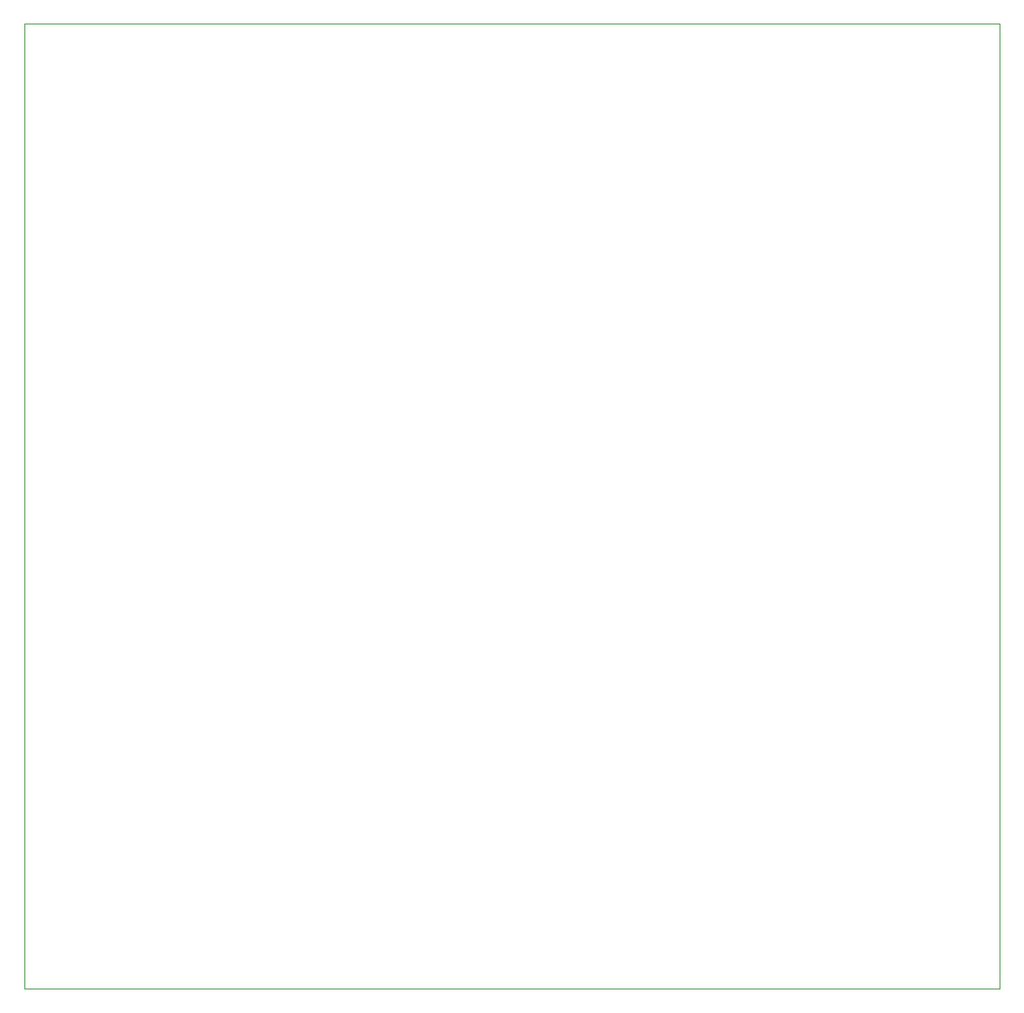
<source format=gbr>
%TF.GenerationSoftware,KiCad,Pcbnew,5.99.0-unknown-675444a646~125~ubuntu20.04.1*%
%TF.CreationDate,2021-04-13T15:06:48+08:00*%
%TF.ProjectId,ovc5,6f766335-2e6b-4696-9361-645f70636258,rev?*%
%TF.SameCoordinates,Original*%
%TF.FileFunction,Profile,NP*%
%FSLAX46Y46*%
G04 Gerber Fmt 4.6, Leading zero omitted, Abs format (unit mm)*
G04 Created by KiCad (PCBNEW 5.99.0-unknown-675444a646~125~ubuntu20.04.1) date 2021-04-13 15:06:48*
%MOMM*%
%LPD*%
G01*
G04 APERTURE LIST*
%TA.AperFunction,Profile*%
%ADD10C,0.050000*%
%TD*%
G04 APERTURE END LIST*
D10*
X132000000Y-124000000D02*
X132000000Y-27000000D01*
X34000000Y-124000000D02*
X132000000Y-124000000D01*
X34000000Y-27000000D02*
X34000000Y-124000000D01*
X132000000Y-27000000D02*
X34000000Y-27000000D01*
M02*

</source>
